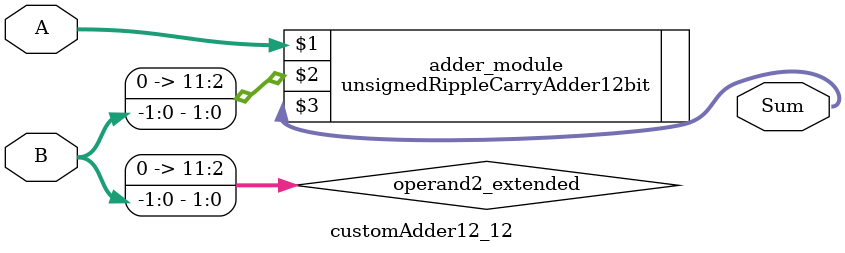
<source format=v>
module customAdder12_12(
                        input [11 : 0] A,
                        input [-1 : 0] B,
                        
                        output [12 : 0] Sum
                );

        wire [11 : 0] operand2_extended;
        
        assign operand2_extended =  {12'b0, B};
        
        unsignedRippleCarryAdder12bit adder_module(
            A,
            operand2_extended,
            Sum
        );
        
        endmodule
        
</source>
